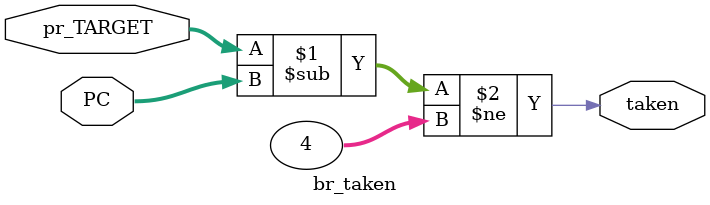
<source format=v>
module br_taken #(parameter W = 32)(
    input [W-1:0] PC,pr_TARGET,
    output taken
);
    assign taken = ((pr_TARGET - PC) != 4); 
endmodule
</source>
